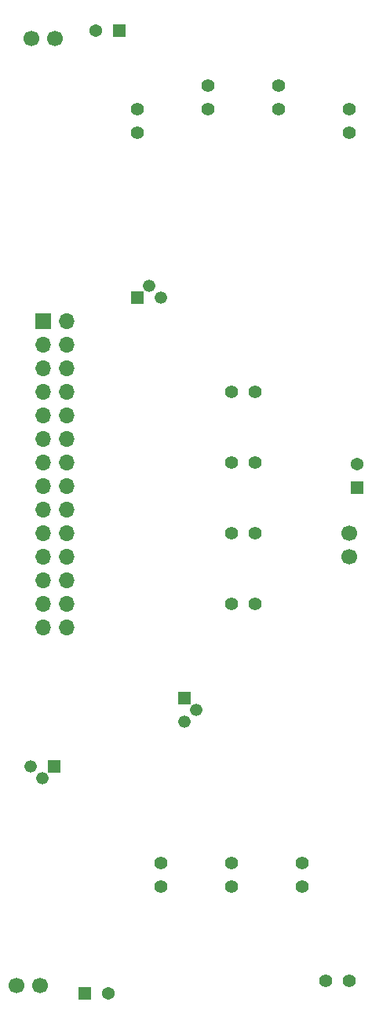
<source format=gbr>
%TF.GenerationSoftware,KiCad,Pcbnew,(7.0.0)*%
%TF.CreationDate,2024-04-19T19:54:10+02:00*%
%TF.ProjectId,IR Sensor Project,49522053-656e-4736-9f72-2050726f6a65,v1*%
%TF.SameCoordinates,Original*%
%TF.FileFunction,Soldermask,Bot*%
%TF.FilePolarity,Negative*%
%FSLAX46Y46*%
G04 Gerber Fmt 4.6, Leading zero omitted, Abs format (unit mm)*
G04 Created by KiCad (PCBNEW (7.0.0)) date 2024-04-19 19:54:10*
%MOMM*%
%LPD*%
G01*
G04 APERTURE LIST*
%ADD10C,1.400000*%
%ADD11C,1.700000*%
%ADD12R,1.700000X1.700000*%
%ADD13O,1.700000X1.700000*%
%ADD14R,1.365000X1.365000*%
%ADD15C,1.365000*%
%ADD16R,1.333000X1.333000*%
%ADD17C,1.333000*%
G04 APERTURE END LIST*
D10*
%TO.C,JP1*%
X50800000Y-58420000D03*
X50800000Y-55880000D03*
%TD*%
D11*
%TO.C,LED2*%
X73660000Y-101600000D03*
X73660000Y-104140000D03*
%TD*%
D12*
%TO.C,J1*%
X40639999Y-78739999D03*
D13*
X43179999Y-78739999D03*
X40639999Y-81279999D03*
X43179999Y-81279999D03*
X40639999Y-83819999D03*
X43179999Y-83819999D03*
X40639999Y-86359999D03*
X43179999Y-86359999D03*
X40639999Y-88899999D03*
X43179999Y-88899999D03*
X40639999Y-91439999D03*
X43179999Y-91439999D03*
X40639999Y-93979999D03*
X43179999Y-93979999D03*
X40639999Y-96519999D03*
X43179999Y-96519999D03*
X40639999Y-99059999D03*
X43179999Y-99059999D03*
X40639999Y-101599999D03*
X43179999Y-101599999D03*
X40639999Y-104139999D03*
X43179999Y-104139999D03*
X40639999Y-106679999D03*
X43179999Y-106679999D03*
X40639999Y-109219999D03*
X43179999Y-109219999D03*
X40639999Y-111759999D03*
X43179999Y-111759999D03*
%TD*%
D10*
%TO.C,JP9*%
X53340000Y-139700000D03*
X53340000Y-137160000D03*
%TD*%
%TO.C,JP8*%
X60960000Y-109220000D03*
X63500000Y-109220000D03*
%TD*%
%TO.C,JP7*%
X60960000Y-101600000D03*
X63500000Y-101600000D03*
%TD*%
%TO.C,JP3*%
X66040000Y-55880000D03*
X66040000Y-53340000D03*
%TD*%
%TO.C,JP10*%
X60960000Y-139700000D03*
X60960000Y-137160000D03*
%TD*%
D14*
%TO.C,D2*%
X74499999Y-96719999D03*
D15*
X74500000Y-94180000D03*
%TD*%
D14*
%TO.C,D1*%
X48779999Y-47429999D03*
D15*
X46240000Y-47430000D03*
%TD*%
D10*
%TO.C,JP4*%
X73660000Y-58420000D03*
X73660000Y-55880000D03*
%TD*%
%TO.C,JP2*%
X58420000Y-55880000D03*
X58420000Y-53340000D03*
%TD*%
%TO.C,JP6*%
X60960000Y-93980000D03*
X63500000Y-93980000D03*
%TD*%
D16*
%TO.C,Q3*%
X41799999Y-126729999D03*
D17*
X40530000Y-128000000D03*
X39260000Y-126730000D03*
%TD*%
D14*
%TO.C,D3*%
X45129999Y-151229999D03*
D15*
X47670000Y-151230000D03*
%TD*%
D16*
%TO.C,Q1*%
X50799999Y-76199999D03*
D17*
X52070000Y-74930000D03*
X53340000Y-76200000D03*
%TD*%
D11*
%TO.C,LED1*%
X39370000Y-48260000D03*
X41910000Y-48260000D03*
%TD*%
D10*
%TO.C,JP11*%
X68580000Y-139700000D03*
X68580000Y-137160000D03*
%TD*%
D16*
%TO.C,Q2*%
X55879999Y-119379999D03*
D17*
X57150000Y-120650000D03*
X55880000Y-121920000D03*
%TD*%
D10*
%TO.C,JP5*%
X60960000Y-86360000D03*
X63500000Y-86360000D03*
%TD*%
D11*
%TO.C,LED3*%
X40300000Y-150420000D03*
X37760000Y-150420000D03*
%TD*%
D10*
%TO.C,JP12*%
X71120000Y-149860000D03*
X73660000Y-149860000D03*
%TD*%
M02*

</source>
